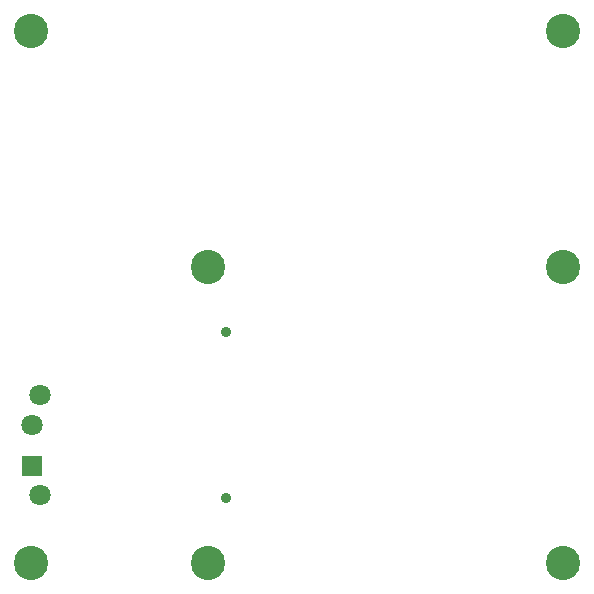
<source format=gbs>
G04*
G04 #@! TF.GenerationSoftware,Altium Limited,Altium Designer,18.1.6 (161)*
G04*
G04 Layer_Color=16711935*
%FSLAX25Y25*%
%MOIN*%
G70*
G01*
G75*
%ADD41C,0.07099*%
%ADD42R,0.07099X0.07099*%
%ADD43C,0.03556*%
%ADD44C,0.11430*%
D41*
X12717Y65748D02*
D03*
Y32283D02*
D03*
X10236Y55905D02*
D03*
D42*
Y42126D02*
D03*
D43*
X74803Y86811D02*
D03*
Y31299D02*
D03*
D44*
X187008Y187008D02*
D03*
X9843D02*
D03*
Y9843D02*
D03*
X68898Y108268D02*
D03*
X187008D02*
D03*
Y9843D02*
D03*
X68898D02*
D03*
M02*

</source>
